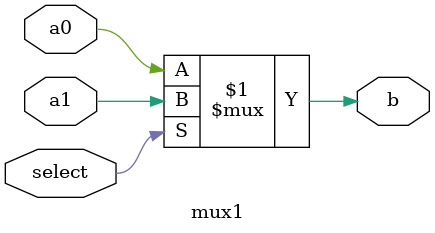
<source format=v>
`timescale 1ns / 1ps
module mux1(
    input select,
    input a0,
    input a1,
    output wire b
    );
	 assign b = (select)? a1 : a0;
endmodule

</source>
